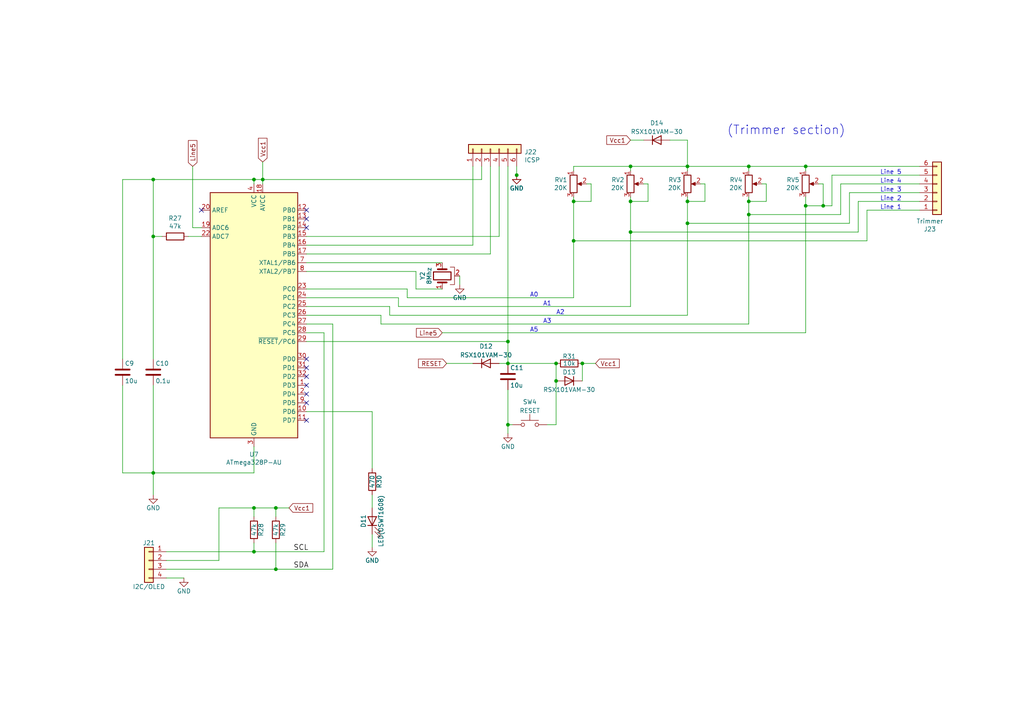
<source format=kicad_sch>
(kicad_sch (version 20211123) (generator eeschema)
  (paper "A4")
  (lib_symbols
    (symbol "Connector_Generic:Conn_01x04" (pin_names (offset 1.016) hide)
      (property "Reference" "J" (at 0 5.08 0))
      (property "Value" "Conn_01x04" (at 0 -7.62 0))
      (symbol "Conn_01x04_1_1"
        (rectangle (start -1.27 -4.953) (end 0 -5.207) (stroke (width 0.1524)))
        (rectangle (start -1.27 -2.413) (end 0 -2.667) (stroke (width 0.1524)))
        (rectangle (start -1.27 0.127) (end 0 -0.127) (stroke (width 0.1524)))
        (rectangle (start -1.27 2.667) (end 0 2.413) (stroke (width 0.1524)))
        (rectangle (start -1.27 3.81) (end 1.27 -6.35) (stroke (width 0.254)) (fill (type background)))
        (pin passive line (at -5.08 2.54 0) (length 3.81) (name "Pin_1") (number "1"))
        (pin passive line (at -5.08 0 0) (length 3.81) (name "Pin_2") (number "2"))
        (pin passive line (at -5.08 -2.54 0) (length 3.81) (name "Pin_3") (number "3"))
        (pin passive line (at -5.08 -5.08 0) (length 3.81) (name "Pin_4") (number "4"))
      )
    )
    (symbol "Connector_Generic:Conn_01x06" (pin_names (offset 1.016) hide)
      (property "Reference" "J" (at 0 7.62 0))
      (property "Value" "Conn_01x06" (at 0 -10.16 0))
      (symbol "Conn_01x06_1_1"
        (rectangle (start -1.27 -7.493) (end 0 -7.747) (stroke (width 0.1524)))
        (rectangle (start -1.27 -4.953) (end 0 -5.207) (stroke (width 0.1524)))
        (rectangle (start -1.27 -2.413) (end 0 -2.667) (stroke (width 0.1524)))
        (rectangle (start -1.27 0.127) (end 0 -0.127) (stroke (width 0.1524)))
        (rectangle (start -1.27 2.667) (end 0 2.413) (stroke (width 0.1524)))
        (rectangle (start -1.27 5.207) (end 0 4.953) (stroke (width 0.1524)))
        (rectangle (start -1.27 6.35) (end 1.27 -8.89) (stroke (width 0.254)) (fill (type background)))
        (pin passive line (at -5.08 5.08 0) (length 3.81) (name "Pin_1") (number "1"))
        (pin passive line (at -5.08 2.54 0) (length 3.81) (name "Pin_2") (number "2"))
        (pin passive line (at -5.08 0 0) (length 3.81) (name "Pin_3") (number "3"))
        (pin passive line (at -5.08 -2.54 0) (length 3.81) (name "Pin_4") (number "4"))
        (pin passive line (at -5.08 -5.08 0) (length 3.81) (name "Pin_5") (number "5"))
        (pin passive line (at -5.08 -7.62 0) (length 3.81) (name "Pin_6") (number "6"))
      )
    )
    (symbol "Device:C" (pin_numbers hide) (pin_names (offset 0.254))
      (property "Reference" "C" (at 0.635 2.54 0))
      (property "Value" "C" (at 0.635 -2.54 0))
      (symbol "C_0_1"
        (polyline (pts (xy -2.032 -0.762) (xy 2.032 -0.762)) (stroke (width 0.508)))
        (polyline (pts (xy -2.032 0.762) (xy 2.032 0.762)) (stroke (width 0.508)))
      )
      (symbol "C_1_1"
        (pin passive line (at 0 3.81 270) (length 2.794) (name "~") (number "1"))
        (pin passive line (at 0 -3.81 90) (length 2.794) (name "~") (number "2"))
      )
    )
    (symbol "Device:Crystal_GND2" (pin_names (offset 1.016) hide)
      (property "Reference" "Y" (at 0 5.715 0))
      (property "Value" "Crystal_GND2" (at 0 3.81 0))
      (symbol "Crystal_GND2_0_1"
        (rectangle (start -1.143 2.54) (end 1.143 -2.54) (stroke (width 0.3048)))
        (polyline (pts (xy -2.54 0) (xy -1.905 0)))
        (polyline (pts (xy -1.905 -1.27) (xy -1.905 1.27)) (stroke (width 0.508)))
        (polyline (pts (xy 0 -3.81) (xy 0 -3.556)))
        (polyline (pts (xy 1.905 0) (xy 2.54 0)))
        (polyline (pts (xy 1.905 1.27) (xy 1.905 -1.27)) (stroke (width 0.508)))
        (polyline (pts (xy -2.54 -2.286) (xy -2.54 -3.556) (xy 2.54 -3.556) (xy 2.54 -2.286)))
      )
      (symbol "Crystal_GND2_1_1"
        (pin passive line (at -3.81 0 0) (length 1.27) (name "1") (number "1"))
        (pin passive line (at 0 -5.08 90) (length 1.27) (name "2") (number "2"))
        (pin passive line (at 3.81 0 180) (length 1.27) (name "3") (number "3"))
      )
    )
    (symbol "Device:D" (pin_numbers hide) (pin_names (offset 1.016) hide)
      (property "Reference" "D" (at 0 2.54 0))
      (property "Value" "D" (at 0 -2.54 0))
      (symbol "D_0_1"
        (polyline (pts (xy -1.27 1.27) (xy -1.27 -1.27)) (stroke (width 0.254)))
        (polyline (pts (xy 1.27 0) (xy -1.27 0)))
        (polyline (pts (xy 1.27 1.27) (xy 1.27 -1.27) (xy -1.27 0) (xy 1.27 1.27)) (stroke (width 0.254)))
      )
      (symbol "D_1_1"
        (pin passive line (at -3.81 0 0) (length 2.54) (name "K") (number "1"))
        (pin passive line (at 3.81 0 180) (length 2.54) (name "A") (number "2"))
      )
    )
    (symbol "Device:LED" (pin_numbers hide) (pin_names (offset 1.016) hide)
      (property "Reference" "D" (at 0 2.54 0))
      (property "Value" "LED" (at 0 -2.54 0))
      (symbol "LED_0_1"
        (polyline (pts (xy -1.27 -1.27) (xy -1.27 1.27)) (stroke (width 0.254)))
        (polyline (pts (xy -1.27 0) (xy 1.27 0)))
        (polyline (pts (xy 1.27 -1.27) (xy 1.27 1.27) (xy -1.27 0) (xy 1.27 -1.27)) (stroke (width 0.254)))
        (polyline (pts (xy -3.048 -0.762) (xy -4.572 -2.286) (xy -3.81 -2.286) (xy -4.572 -2.286) (xy -4.572 -1.524)))
        (polyline (pts (xy -1.778 -0.762) (xy -3.302 -2.286) (xy -2.54 -2.286) (xy -3.302 -2.286) (xy -3.302 -1.524)))
      )
      (symbol "LED_1_1"
        (pin passive line (at -3.81 0 0) (length 2.54) (name "K") (number "1"))
        (pin passive line (at 3.81 0 180) (length 2.54) (name "A") (number "2"))
      )
    )
    (symbol "Device:R" (pin_numbers hide) (pin_names (offset 0))
      (property "Reference" "R" (at 2.032 0 90))
      (property "Value" "R" (at 0 0 90))
      (symbol "R_0_1"
        (rectangle (start -1.016 -2.54) (end 1.016 2.54) (stroke (width 0.254)))
      )
      (symbol "R_1_1"
        (pin passive line (at 0 3.81 270) (length 1.27) (name "~") (number "1"))
        (pin passive line (at 0 -3.81 90) (length 1.27) (name "~") (number "2"))
      )
    )
    (symbol "MCU_Microchip_ATmega:ATmega328P-A"
      (property "Reference" "U" (at -12.7 36.83 0))
      (property "Value" "ATmega328P-A" (at 2.54 -36.83 0))
      (symbol "ATmega328P-A_0_1"
        (rectangle (start -12.7 -35.56) (end 12.7 35.56) (stroke (width 0.254)) (fill (type background)))
      )
      (symbol "ATmega328P-A_1_1"
        (pin bidirectional line (at 15.24 -20.32 180) (length 2.54) (name "PD3") (number "1"))
        (pin bidirectional line (at 15.24 -27.94 180) (length 2.54) (name "PD6") (number "10"))
        (pin bidirectional line (at 15.24 -30.48 180) (length 2.54) (name "PD7") (number "11"))
        (pin bidirectional line (at 15.24 30.48 180) (length 2.54) (name "PB0") (number "12"))
        (pin bidirectional line (at 15.24 27.94 180) (length 2.54) (name "PB1") (number "13"))
        (pin bidirectional line (at 15.24 25.4 180) (length 2.54) (name "PB2") (number "14"))
        (pin bidirectional line (at 15.24 22.86 180) (length 2.54) (name "PB3") (number "15"))
        (pin bidirectional line (at 15.24 20.32 180) (length 2.54) (name "PB4") (number "16"))
        (pin bidirectional line (at 15.24 17.78 180) (length 2.54) (name "PB5") (number "17"))
        (pin power_in line (at 2.54 38.1 270) (length 2.54) (name "AVCC") (number "18"))
        (pin input line (at -15.24 25.4 0) (length 2.54) (name "ADC6") (number "19"))
        (pin bidirectional line (at 15.24 -22.86 180) (length 2.54) (name "PD4") (number "2"))
        (pin passive line (at -15.24 30.48 0) (length 2.54) (name "AREF") (number "20"))
        (pin passive line (at 0 -38.1 90) (length 2.54) hide (name "GND") (number "21"))
        (pin input line (at -15.24 22.86 0) (length 2.54) (name "ADC7") (number "22"))
        (pin bidirectional line (at 15.24 7.62 180) (length 2.54) (name "PC0") (number "23"))
        (pin bidirectional line (at 15.24 5.08 180) (length 2.54) (name "PC1") (number "24"))
        (pin bidirectional line (at 15.24 2.54 180) (length 2.54) (name "PC2") (number "25"))
        (pin bidirectional line (at 15.24 0 180) (length 2.54) (name "PC3") (number "26"))
        (pin bidirectional line (at 15.24 -2.54 180) (length 2.54) (name "PC4") (number "27"))
        (pin bidirectional line (at 15.24 -5.08 180) (length 2.54) (name "PC5") (number "28"))
        (pin bidirectional line (at 15.24 -7.62 180) (length 2.54) (name "~{RESET}/PC6") (number "29"))
        (pin power_in line (at 0 -38.1 90) (length 2.54) (name "GND") (number "3"))
        (pin bidirectional line (at 15.24 -12.7 180) (length 2.54) (name "PD0") (number "30"))
        (pin bidirectional line (at 15.24 -15.24 180) (length 2.54) (name "PD1") (number "31"))
        (pin bidirectional line (at 15.24 -17.78 180) (length 2.54) (name "PD2") (number "32"))
        (pin power_in line (at 0 38.1 270) (length 2.54) (name "VCC") (number "4"))
        (pin passive line (at 0 -38.1 90) (length 2.54) hide (name "GND") (number "5"))
        (pin passive line (at 0 38.1 270) (length 2.54) hide (name "VCC") (number "6"))
        (pin bidirectional line (at 15.24 15.24 180) (length 2.54) (name "XTAL1/PB6") (number "7"))
        (pin bidirectional line (at 15.24 12.7 180) (length 2.54) (name "XTAL2/PB7") (number "8"))
        (pin bidirectional line (at 15.24 -25.4 180) (length 2.54) (name "PD5") (number "9"))
      )
    )
    (symbol "Switch:SW_Push" (pin_numbers hide) (pin_names (offset 1.016) hide)
      (property "Reference" "SW" (at 1.27 2.54 0))
      (property "Value" "SW_Push" (at 0 -1.524 0))
      (symbol "SW_Push_0_1"
        (circle (center -2.032 0) (radius 0.508))
        (polyline (pts (xy 0 1.27) (xy 0 3.048)))
        (polyline (pts (xy 2.54 1.27) (xy -2.54 1.27)))
        (circle (center 2.032 0) (radius 0.508))
        (pin passive line (at -5.08 0 0) (length 2.54) (name "1") (number "1"))
        (pin passive line (at 5.08 0 180) (length 2.54) (name "2") (number "2"))
      )
    )
    (symbol "control20220206-rescue:R_POT-Device" (pin_names (offset 1.016) hide)
      (property "Reference" "RV" (at -4.445 0 90))
      (property "Value" "R_POT-Device" (at -2.54 0 90))
      (symbol "R_POT-Device_0_1"
        (polyline (pts (xy 2.54 0) (xy 1.524 0)))
        (polyline (pts (xy 1.143 0) (xy 2.286 0.508) (xy 2.286 -0.508) (xy 1.143 0)) (fill (type outline)))
        (rectangle (start 1.016 2.54) (end -1.016 -2.54) (stroke (width 0.254)))
      )
      (symbol "R_POT-Device_1_1"
        (pin passive line (at 0 3.81 270) (length 1.27) (name "1") (number "1"))
        (pin passive line (at 3.81 0 180) (length 1.27) (name "2") (number "2"))
        (pin passive line (at 0 -3.81 90) (length 1.27) (name "3") (number "3"))
      )
    )
    (symbol "power:GND" (power) (pin_names (offset 0))
      (property "Value" "GND" (at 0 -3.81 0))
      (symbol "GND_0_1"
        (polyline (pts (xy 0 0) (xy 0 -1.27) (xy 1.27 -1.27) (xy 0 -2.54) (xy -1.27 -1.27) (xy 0 -1.27)))
      )
      (symbol "GND_1_1"
        (pin power_in line (at 0 0 270) (length 0) hide (name "GND") (number "1"))
      )
    )
  )
  (junction (at 166.37 69.85))
  (junction (at 182.88 67.31))
  (junction (at 147.32 99.06))
  (junction (at 147.32 123.19))
  (junction (at 233.68 48.26))
  (junction (at 199.39 48.26))
  (junction (at 182.88 58.42))
  (junction (at 80.01 165.1))
  (junction (at 73.66 147.32))
  (junction (at 199.39 64.77))
  (junction (at 161.29 110.49))
  (junction (at 233.68 59.69))
  (junction (at 199.39 58.42))
  (junction (at 217.17 48.26))
  (junction (at 76.2 52.07))
  (junction (at 166.37 58.42))
  (junction (at 149.86 50.8))
  (junction (at 44.45 137.16))
  (junction (at 44.45 68.58))
  (junction (at 161.29 105.41))
  (junction (at 147.32 105.41))
  (junction (at 238.76 59.69))
  (junction (at 73.66 160.02))
  (junction (at 168.91 105.41))
  (junction (at 217.17 58.42))
  (junction (at 182.88 48.26))
  (junction (at 217.17 62.23))
  (junction (at 73.66 52.07))
  (junction (at 44.45 52.07))
  (junction (at 80.01 147.32))
  (no_connect (at 88.9 60.96))
  (no_connect (at 88.9 114.3))
  (no_connect (at 88.9 109.22))
  (no_connect (at 88.9 121.92))
  (no_connect (at 88.9 106.68))
  (no_connect (at 88.9 111.76))
  (no_connect (at 88.9 104.14))
  (no_connect (at 88.9 116.84))
  (no_connect (at 88.9 63.5))
  (no_connect (at 88.9 66.04))
  (no_connect (at 58.42 60.96))
  (wire (pts (xy 222.25 53.34) (xy 220.98 53.34)))
  (wire (pts (xy 48.26 162.56) (xy 63.5 162.56)))
  (wire (pts (xy 44.45 52.07) (xy 73.66 52.07)))
  (wire (pts (xy 238.76 53.34) (xy 238.76 59.69)))
  (wire (pts (xy 204.47 53.34) (xy 203.2 53.34)))
  (wire (pts (xy 88.9 88.9) (xy 113.03 88.9)))
  (wire (pts (xy 88.9 73.66) (xy 142.24 73.66)))
  (wire (pts (xy 166.37 48.26) (xy 182.88 48.26)))
  (wire (pts (xy 199.39 58.42) (xy 199.39 57.15)))
  (wire (pts (xy 166.37 86.36) (xy 166.37 69.85)))
  (wire (pts (xy 55.88 48.26) (xy 55.88 66.04)))
  (wire (pts (xy 142.24 48.26) (xy 142.24 73.66)))
  (wire (pts (xy 110.49 93.98) (xy 217.17 93.98)))
  (wire (pts (xy 251.46 60.96) (xy 251.46 69.85)))
  (wire (pts (xy 248.92 58.42) (xy 248.92 67.31)))
  (wire (pts (xy 76.2 52.07) (xy 139.7 52.07)))
  (wire (pts (xy 199.39 48.26) (xy 199.39 49.53)))
  (wire (pts (xy 217.17 48.26) (xy 217.17 49.53)))
  (wire (pts (xy 44.45 137.16) (xy 44.45 143.51)))
  (wire (pts (xy 80.01 157.48) (xy 80.01 165.1)))
  (wire (pts (xy 187.96 53.34) (xy 186.69 53.34)))
  (wire (pts (xy 266.7 50.8) (xy 241.3 50.8)))
  (wire (pts (xy 147.32 113.03) (xy 147.32 123.19)))
  (wire (pts (xy 246.38 55.88) (xy 246.38 64.77)))
  (wire (pts (xy 161.29 123.19) (xy 158.75 123.19)))
  (wire (pts (xy 118.11 86.36) (xy 166.37 86.36)))
  (wire (pts (xy 266.7 58.42) (xy 248.92 58.42)))
  (wire (pts (xy 107.95 119.38) (xy 107.95 135.89)))
  (wire (pts (xy 222.25 53.34) (xy 222.25 58.42)))
  (wire (pts (xy 233.68 48.26) (xy 266.7 48.26)))
  (wire (pts (xy 88.9 91.44) (xy 110.49 91.44)))
  (wire (pts (xy 217.17 62.23) (xy 217.17 58.42)))
  (wire (pts (xy 246.38 64.77) (xy 199.39 64.77)))
  (wire (pts (xy 161.29 110.49) (xy 161.29 123.19)))
  (wire (pts (xy 63.5 147.32) (xy 63.5 162.56)))
  (wire (pts (xy 171.45 58.42) (xy 166.37 58.42)))
  (wire (pts (xy 44.45 68.58) (xy 44.45 104.14)))
  (wire (pts (xy 251.46 60.96) (xy 266.7 60.96)))
  (wire (pts (xy 88.9 78.74) (xy 120.65 78.74)))
  (wire (pts (xy 166.37 69.85) (xy 251.46 69.85)))
  (wire (pts (xy 115.57 88.9) (xy 182.88 88.9)))
  (wire (pts (xy 73.66 147.32) (xy 73.66 149.86)))
  (wire (pts (xy 182.88 40.64) (xy 186.69 40.64)))
  (wire (pts (xy 113.03 91.44) (xy 199.39 91.44)))
  (wire (pts (xy 120.65 83.82) (xy 128.27 83.82)))
  (wire (pts (xy 63.5 147.32) (xy 73.66 147.32)))
  (wire (pts (xy 187.96 53.34) (xy 187.96 58.42)))
  (wire (pts (xy 88.9 93.98) (xy 96.52 93.98)))
  (wire (pts (xy 80.01 165.1) (xy 48.26 165.1)))
  (wire (pts (xy 118.11 83.82) (xy 118.11 86.36)))
  (wire (pts (xy 73.66 157.48) (xy 73.66 160.02)))
  (wire (pts (xy 120.65 78.74) (xy 120.65 83.82)))
  (wire (pts (xy 166.37 69.85) (xy 166.37 58.42)))
  (wire (pts (xy 233.68 96.52) (xy 233.68 59.69)))
  (wire (pts (xy 88.9 119.38) (xy 107.95 119.38)))
  (wire (pts (xy 128.27 96.52) (xy 233.68 96.52)))
  (wire (pts (xy 233.68 48.26) (xy 233.68 49.53)))
  (wire (pts (xy 110.49 91.44) (xy 110.49 93.98)))
  (wire (pts (xy 182.88 48.26) (xy 182.88 49.53)))
  (wire (pts (xy 44.45 137.16) (xy 73.66 137.16)))
  (wire (pts (xy 199.39 48.26) (xy 217.17 48.26)))
  (wire (pts (xy 129.54 105.41) (xy 137.16 105.41)))
  (wire (pts (xy 204.47 58.42) (xy 199.39 58.42)))
  (wire (pts (xy 35.56 52.07) (xy 35.56 104.14)))
  (wire (pts (xy 148.59 123.19) (xy 147.32 123.19)))
  (wire (pts (xy 35.56 137.16) (xy 44.45 137.16)))
  (wire (pts (xy 241.3 59.69) (xy 238.76 59.69)))
  (wire (pts (xy 88.9 71.12) (xy 137.16 71.12)))
  (wire (pts (xy 88.9 96.52) (xy 93.98 96.52)))
  (wire (pts (xy 266.7 53.34) (xy 243.84 53.34)))
  (wire (pts (xy 199.39 64.77) (xy 199.39 91.44)))
  (wire (pts (xy 182.88 58.42) (xy 182.88 57.15)))
  (wire (pts (xy 147.32 99.06) (xy 147.32 105.41)))
  (wire (pts (xy 147.32 123.19) (xy 147.32 125.73)))
  (wire (pts (xy 73.66 160.02) (xy 48.26 160.02)))
  (wire (pts (xy 35.56 111.76) (xy 35.56 137.16)))
  (wire (pts (xy 76.2 46.99) (xy 76.2 52.07)))
  (wire (pts (xy 107.95 154.94) (xy 107.95 158.75)))
  (wire (pts (xy 137.16 48.26) (xy 137.16 71.12)))
  (wire (pts (xy 44.45 52.07) (xy 44.45 68.58)))
  (wire (pts (xy 73.66 52.07) (xy 73.66 53.34)))
  (wire (pts (xy 55.88 66.04) (xy 58.42 66.04)))
  (wire (pts (xy 107.95 143.51) (xy 107.95 147.32)))
  (wire (pts (xy 243.84 53.34) (xy 243.84 62.23)))
  (wire (pts (xy 88.9 68.58) (xy 144.78 68.58)))
  (wire (pts (xy 187.96 58.42) (xy 182.88 58.42)))
  (wire (pts (xy 199.39 64.77) (xy 199.39 58.42)))
  (wire (pts (xy 96.52 93.98) (xy 96.52 165.1)))
  (wire (pts (xy 139.7 52.07) (xy 139.7 48.26)))
  (wire (pts (xy 144.78 48.26) (xy 144.78 68.58)))
  (wire (pts (xy 217.17 58.42) (xy 217.17 57.15)))
  (wire (pts (xy 133.35 80.01) (xy 133.35 82.55)))
  (wire (pts (xy 76.2 52.07) (xy 76.2 53.34)))
  (wire (pts (xy 73.66 129.54) (xy 73.66 137.16)))
  (wire (pts (xy 222.25 58.42) (xy 217.17 58.42)))
  (wire (pts (xy 73.66 147.32) (xy 80.01 147.32)))
  (wire (pts (xy 266.7 55.88) (xy 246.38 55.88)))
  (wire (pts (xy 199.39 40.64) (xy 199.39 48.26)))
  (wire (pts (xy 182.88 88.9) (xy 182.88 67.31)))
  (wire (pts (xy 168.91 105.41) (xy 172.72 105.41)))
  (wire (pts (xy 171.45 53.34) (xy 170.18 53.34)))
  (wire (pts (xy 88.9 99.06) (xy 147.32 99.06)))
  (wire (pts (xy 168.91 105.41) (xy 168.91 110.49)))
  (wire (pts (xy 166.37 58.42) (xy 166.37 57.15)))
  (wire (pts (xy 233.68 59.69) (xy 233.68 57.15)))
  (wire (pts (xy 96.52 165.1) (xy 80.01 165.1)))
  (wire (pts (xy 194.31 40.64) (xy 199.39 40.64)))
  (wire (pts (xy 161.29 105.41) (xy 161.29 110.49)))
  (wire (pts (xy 238.76 59.69) (xy 233.68 59.69)))
  (wire (pts (xy 243.84 62.23) (xy 217.17 62.23)))
  (wire (pts (xy 113.03 88.9) (xy 113.03 91.44)))
  (wire (pts (xy 54.61 68.58) (xy 58.42 68.58)))
  (wire (pts (xy 93.98 96.52) (xy 93.98 160.02)))
  (wire (pts (xy 171.45 53.34) (xy 171.45 58.42)))
  (wire (pts (xy 35.56 52.07) (xy 44.45 52.07)))
  (wire (pts (xy 144.78 105.41) (xy 147.32 105.41)))
  (wire (pts (xy 182.88 48.26) (xy 199.39 48.26)))
  (wire (pts (xy 147.32 105.41) (xy 161.29 105.41)))
  (wire (pts (xy 80.01 147.32) (xy 83.82 147.32)))
  (wire (pts (xy 48.26 167.64) (xy 53.34 167.64)))
  (wire (pts (xy 166.37 48.26) (xy 166.37 49.53)))
  (wire (pts (xy 88.9 86.36) (xy 115.57 86.36)))
  (wire (pts (xy 73.66 52.07) (xy 76.2 52.07)))
  (wire (pts (xy 182.88 67.31) (xy 182.88 58.42)))
  (wire (pts (xy 238.76 53.34) (xy 237.49 53.34)))
  (wire (pts (xy 93.98 160.02) (xy 73.66 160.02)))
  (wire (pts (xy 217.17 48.26) (xy 233.68 48.26)))
  (wire (pts (xy 147.32 48.26) (xy 147.32 99.06)))
  (wire (pts (xy 44.45 68.58) (xy 46.99 68.58)))
  (wire (pts (xy 115.57 86.36) (xy 115.57 88.9)))
  (wire (pts (xy 149.86 48.26) (xy 149.86 50.8)))
  (wire (pts (xy 248.92 67.31) (xy 182.88 67.31)))
  (wire (pts (xy 80.01 147.32) (xy 80.01 149.86)))
  (wire (pts (xy 204.47 53.34) (xy 204.47 58.42)))
  (wire (pts (xy 217.17 93.98) (xy 217.17 62.23)))
  (wire (pts (xy 44.45 111.76) (xy 44.45 137.16)))
  (wire (pts (xy 241.3 50.8) (xy 241.3 59.69)))
  (wire (pts (xy 88.9 76.2) (xy 128.27 76.2)))
  (wire (pts (xy 88.9 83.82) (xy 118.11 83.82)))
  (text "Line 1" (at 255.27 60.96 0) (effects (font (size 1.27 1.27)) (justify left bottom)))
  (text "Line 2" (at 255.27 58.42 0) (effects (font (size 1.27 1.27)) (justify left bottom)))
  (text "A2" (at 161.29 91.44 0) (effects (font (size 1.27 1.27)) (justify left bottom)))
  (text "Line 3" (at 255.27 55.88 0) (effects (font (size 1.27 1.27)) (justify left bottom)))
  (text "(Trimmer section)" (at 210.82 39.37 0) (effects (font (size 2.54 2.54)) (justify left bottom)))
  (text "A3" (at 157.48 93.98 0) (effects (font (size 1.27 1.27)) (justify left bottom)))
  (text "Line 4" (at 255.27 53.34 0) (effects (font (size 1.27 1.27)) (justify left bottom)))
  (text "A1" (at 157.48 88.9 0) (effects (font (size 1.27 1.27)) (justify left bottom)))
  (text "A5" (at 153.67 96.52 0) (effects (font (size 1.27 1.27)) (justify left bottom)))
  (text "A0" (at 153.67 86.36 0) (effects (font (size 1.27 1.27)) (justify left bottom)))
  (text "Line 5" (at 255.27 50.8 0) (effects (font (size 1.27 1.27)) (justify left bottom)))
  (label "SCL" (at 85.09 160.02 0) (effects (font (size 1.524 1.524))))
  (label "SDA" (at 85.09 165.1 0) (effects (font (size 1.524 1.524))))
  (global_label "RESET" (shape input) (at 129.54 105.41 180) (property "Intersheet References" "${INTERSHEET_REFS}" (effects hide)))
  (global_label "Vcc1" (shape input) (at 76.2 46.99 90) (property "Intersheet References" "${INTERSHEET_REFS}" (effects hide)))
  (global_label "Line5" (shape input) (at 128.27 96.52 180) (property "Intersheet References" "${INTERSHEET_REFS}" (effects hide)))
  (global_label "Vcc1" (shape input) (at 83.82 147.32 0) (property "Intersheet References" "${INTERSHEET_REFS}" (effects hide)))
  (global_label "Vcc1" (shape input) (at 182.88 40.64 180) (property "Intersheet References" "${INTERSHEET_REFS}" (effects hide)))
  (global_label "Vcc1" (shape input) (at 172.72 105.41 0) (property "Intersheet References" "${INTERSHEET_REFS}" (effects hide)))
  (global_label "Line5" (shape input) (at 55.88 48.26 90) (property "Intersheet References" "${INTERSHEET_REFS}" (effects hide)))
  (symbol (lib_id "power:GND") (at 133.35 82.55 0) (unit 1)
    (property "Reference" "#PWR062" (effects hide))
    (property "Value" "GND" (at 133.35 86.36 0))
  )
  (symbol (lib_id "power:GND") (at 149.86 50.8 0) (unit 1)
    (property "Reference" "#PWR064" (effects hide))
    (property "Value" "GND" (at 149.86 54.61 0))
  )
  (symbol (lib_id "Device:R") (at 50.8 68.58 270) (unit 1)
    (property "Reference" "R27" (at 50.8 63.3222 90))
    (property "Value" "47k" (at 50.8 65.6336 90))
    (property "Footprint" "Resistor_SMD:R_0603_1608Metric_Pad0.98x0.95mm_HandSolder" (effects hide))
  )
  (symbol (lib_id "MCU_Microchip_ATmega:ATmega328P-A") (at 73.66 91.44 0) (unit 1)
    (property "Reference" "U7" (at 73.66 131.8006 0))
    (property "Value" "ATmega328P-AU" (at 73.66 134.112 0))
    (property "Footprint" "Package_QFP:TQFP-32_7x7mm_P0.8mm" (effects hide))
    (property "Datasheet" "http://ww1.microchip.com/downloads/en/DeviceDoc/ATmega328_P%20AVR%20MCU%20with%20picoPower%20Technology%20Data%20Sheet%2040001984A.pdf" (effects hide))
  )
  (symbol (lib_id "control20220206-rescue:R_POT-Device") (at 182.88 53.34 0) (unit 1)
    (property "Reference" "RV2" (at 181.102 52.1716 0) (effects (justify right)))
    (property "Value" "20K" (at 181.102 54.483 0) (effects (justify right)))
    (property "Footprint" "0.main.robot:Trim-GF063P" (effects hide))
  )
  (symbol (lib_id "Device:C") (at 44.45 107.95 0) (unit 1)
    (property "Reference" "C10" (at 45.085 105.41 0) (effects (justify left)))
    (property "Value" "0.1u" (at 45.085 110.49 0) (effects (justify left)))
    (property "Footprint" "Capacitor_SMD:C_0603_1608Metric_Pad1.08x0.95mm_HandSolder" (effects hide))
  )
  (symbol (lib_id "Device:R") (at 80.01 153.67 0) (unit 1)
    (property "Reference" "R29" (at 82.042 153.67 90))
    (property "Value" "47k" (at 80.01 153.67 90))
    (property "Footprint" "Resistor_SMD:R_0603_1608Metric_Pad0.98x0.95mm_HandSolder" (effects hide))
  )
  (symbol (lib_id "Switch:SW_Push") (at 153.67 123.19 0) (unit 1)
    (property "Reference" "SW4" (at 153.67 116.5692 0))
    (property "Value" "RESET" (at 153.67 119.1061 0))
    (property "Footprint" "0.main.robot:TVAF06-A020B-R" (effects hide))
  )
  (symbol (lib_id "Device:R") (at 107.95 139.7 0) (unit 1)
    (property "Reference" "R30" (at 109.982 139.7 90))
    (property "Value" "470" (at 107.95 139.7 90))
    (property "Footprint" "Resistor_SMD:R_0603_1608Metric_Pad0.98x0.95mm_HandSolder" (effects hide))
  )
  (symbol (lib_id "control20220206-rescue:R_POT-Device") (at 217.17 53.34 0) (unit 1)
    (property "Reference" "RV4" (at 215.392 52.1716 0) (effects (justify right)))
    (property "Value" "20K" (at 215.392 54.483 0) (effects (justify right)))
    (property "Footprint" "0.main.robot:Trim-GF063P" (effects hide))
  )
  (symbol (lib_id "Device:Crystal_GND2") (at 128.27 80.01 90) (unit 1)
    (property "Reference" "Y2" (at 122.555 80.01 0))
    (property "Value" "8Mhz" (at 124.46 80.01 0))
    (property "Footprint" "Crystal:Resonator-3Pin_W6.0mm_H3.0mm" (effects hide))
  )
  (symbol (lib_id "Device:LED") (at 107.95 151.13 90) (unit 1)
    (property "Reference" "D11" (at 105.41 151.13 0))
    (property "Value" "LED(OSWT1608)" (at 110.49 151.13 0))
    (property "Footprint" "0.main.robot:LED_SMLE13WBC8W1" (effects hide))
  )
  (symbol (lib_id "Device:D") (at 140.97 105.41 0) (unit 1)
    (property "Reference" "D12" (at 140.97 100.4402 0))
    (property "Value" "RSX101VAM-30" (at 140.97 102.9771 0))
    (property "Footprint" "Diode_SMD:D_0805_2012Metric_Pad1.15x1.40mm_HandSolder" (effects hide))
  )
  (symbol (lib_id "power:GND") (at 44.45 143.51 0) (unit 1)
    (property "Reference" "#PWR059" (effects hide))
    (property "Value" "GND" (at 44.45 147.32 0))
  )
  (symbol (lib_id "Connector_Generic:Conn_01x04") (at 43.18 162.56 0) (mirror y) (unit 1)
    (property "Reference" "J21" (at 43.18 157.48 0))
    (property "Value" "I2C/OLED" (at 43.18 170.18 0))
    (property "Footprint" "0.main.robot:JSTB4B-ZR" (effects hide))
  )
  (symbol (lib_id "Device:D") (at 165.1 110.49 0) (mirror y) (unit 1)
    (property "Reference" "D13" (at 165.1 107.95 0))
    (property "Value" "RSX101VAM-30" (at 165.1 113.03 0))
    (property "Footprint" "Diode_SMD:D_0805_2012Metric_Pad1.15x1.40mm_HandSolder" (effects hide))
  )
  (symbol (lib_id "Device:C") (at 35.56 107.95 0) (unit 1)
    (property "Reference" "C9" (at 36.195 105.41 0) (effects (justify left)))
    (property "Value" "10u" (at 36.195 110.49 0) (effects (justify left)))
    (property "Footprint" "Capacitor_SMD:C_0603_1608Metric_Pad1.08x0.95mm_HandSolder" (effects hide))
  )
  (symbol (lib_id "control20220206-rescue:R_POT-Device") (at 199.39 53.34 0) (unit 1)
    (property "Reference" "RV3" (at 197.612 52.1716 0) (effects (justify right)))
    (property "Value" "20K" (at 197.612 54.483 0) (effects (justify right)))
    (property "Footprint" "0.main.robot:Trim-GF063P" (effects hide))
  )
  (symbol (lib_id "power:GND") (at 149.86 50.8 0) (unit 1)
    (property "Reference" "#PWR065" (effects hide))
    (property "Value" "GND" (at 149.86 54.61 0))
  )
  (symbol (lib_id "Device:D") (at 190.5 40.64 0) (unit 1)
    (property "Reference" "D14" (at 190.5 35.6702 0))
    (property "Value" "RSX101VAM-30" (at 190.5 38.2071 0))
    (property "Footprint" "Diode_SMD:D_0805_2012Metric_Pad1.15x1.40mm_HandSolder" (effects hide))
  )
  (symbol (lib_id "Device:R") (at 165.1 105.41 90) (unit 1)
    (property "Reference" "R31" (at 165.1 103.378 90))
    (property "Value" "10k" (at 165.1 105.41 90))
    (property "Footprint" "Resistor_SMD:R_0603_1608Metric_Pad0.98x0.95mm_HandSolder" (effects hide))
  )
  (symbol (lib_id "power:GND") (at 147.32 125.73 0) (unit 1)
    (property "Reference" "#PWR063" (effects hide))
    (property "Value" "GND" (at 147.32 129.54 0))
  )
  (symbol (lib_id "Connector_Generic:Conn_01x06") (at 142.24 43.18 90) (unit 1)
    (property "Reference" "J22" (at 152.0952 44.0944 90) (effects (justify right)))
    (property "Value" "ICSP" (at 152.0952 46.4058 90) (effects (justify right)))
    (property "Footprint" "0.main.robot:JSTB6B-ZR" (effects hide))
  )
  (symbol (lib_id "Device:C") (at 147.32 109.22 0) (unit 1)
    (property "Reference" "C11" (at 147.955 106.68 0) (effects (justify left)))
    (property "Value" "10u" (at 147.955 111.76 0) (effects (justify left)))
    (property "Footprint" "Capacitor_SMD:C_0603_1608Metric_Pad1.08x0.95mm_HandSolder" (effects hide))
  )
  (symbol (lib_id "control20220206-rescue:R_POT-Device") (at 233.68 53.34 0) (unit 1)
    (property "Reference" "RV5" (at 231.902 52.1716 0) (effects (justify right)))
    (property "Value" "20K" (at 231.902 54.483 0) (effects (justify right)))
    (property "Footprint" "0.main.robot:Trim-GF063P" (effects hide))
  )
  (symbol (lib_id "Device:R") (at 73.66 153.67 0) (unit 1)
    (property "Reference" "R28" (at 75.692 153.67 90))
    (property "Value" "47k" (at 73.66 153.67 90))
    (property "Footprint" "Resistor_SMD:R_0603_1608Metric_Pad0.98x0.95mm_HandSolder" (effects hide))
  )
  (symbol (lib_id "control20220206-rescue:R_POT-Device") (at 166.37 53.34 0) (unit 1)
    (property "Reference" "RV1" (at 164.592 52.1716 0) (effects (justify right)))
    (property "Value" "20K" (at 164.592 54.483 0) (effects (justify right)))
    (property "Footprint" "0.main.robot:Trim-GF063P" (effects hide))
  )
  (symbol (lib_id "power:GND") (at 107.95 158.75 0) (unit 1)
    (property "Reference" "#PWR061" (effects hide))
    (property "Value" "GND" (at 107.95 162.56 0))
  )
  (symbol (lib_id "power:GND") (at 53.34 167.64 0) (unit 1)
    (property "Reference" "#PWR060" (effects hide))
    (property "Value" "GND" (at 53.34 171.45 0))
  )
  (symbol (lib_id "Connector_Generic:Conn_01x06") (at 271.78 55.88 0) (mirror x) (unit 1)
    (property "Reference" "J23" (at 269.6972 66.4718 0))
    (property "Value" "Trimmer" (at 269.6972 64.1604 0))
    (property "Footprint" "0.main.robot:JSTB6B-ZR" (effects hide))
  )
)
</source>
